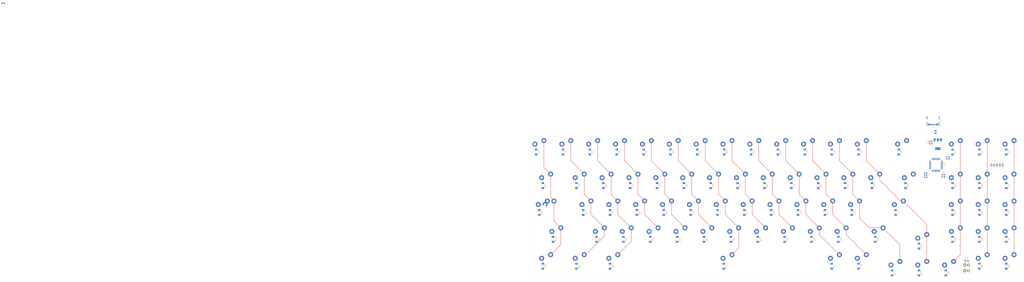
<source format=kicad_pcb>
(kicad_pcb (version 20240819) (generator "pcbnew") (generator_version "8.99")
  (layers (0 "F.Cu" signal) (2 "B.Cu" signal) (13 "F.Paste" user) (15 "B.Paste" user) (5 "F.SilkS" user "F.Silkscreen") (7 "B.SilkS" user "B.Silkscreen") (1 "F.Mask" user) (3 "B.Mask" user) (25 "Edge.Cuts" user))
  (net 0 "")
  (net 1 "RST")
  (net 2 "GND")
  (net 3 "+3.3V")
  (net 4 "DIO")
  (net 5 "CLK")
  (net 6 "+5V")
  (net 7 "boot")
  (net 8 "Net-(D1-A)")
  (net 9 "R1")
  (net 10 "Net-(D2-A)")
  (net 11 "Net-(D3-A)")
  (net 12 "Net-(D4-A)")
  (net 13 "Net-(D5-A)")
  (net 14 "Net-(D6-A)")
  (net 15 "Net-(D7-A)")
  (net 16 "Net-(D8-A)")
  (net 17 "Net-(D9-A)")
  (net 18 "Net-(D10-A)")
  (net 19 "Net-(D11-A)")
  (net 20 "Net-(D12-A)")
  (net 21 "Net-(D13-A)")
  (net 22 "Net-(D14-A)")
  (net 23 "Net-(D15-A)")
  (net 24 "Net-(D16-A)")
  (net 25 "Net-(D17-A)")
  (net 26 "Net-(D18-A)")
  (net 27 "R0")
  (net 28 "Net-(D19-A)")
  (net 29 "Net-(D20-A)")
  (net 30 "Net-(D21-A)")
  (net 31 "Net-(D22-A)")
  (net 32 "Net-(D23-A)")
  (net 33 "R2")
  (net 34 "Net-(D24-A)")
  (net 35 "Net-(D25-A)")
  (net 36 "Net-(D26-A)")
  (net 37 "Net-(D27-A)")
  (net 38 "Net-(D28-A)")
  (net 39 "Net-(D29-A)")
  (net 40 "Net-(D30-A)")
  (net 41 "Net-(D31-A)")
  (net 42 "Net-(D32-A)")
  (net 43 "Net-(D33-A)")
  (net 44 "Net-(D34-A)")
  (net 45 "Net-(D35-A)")
  (net 46 "Net-(D36-A)")
  (net 47 "Net-(D37-A)")
  (net 48 "Net-(D38-A)")
  (net 49 "Net-(D39-A)")
  (net 50 "Net-(D40-A)")
  (net 51 "Net-(D41-A)")
  (net 52 "Net-(D42-A)")
  (net 53 "Net-(D43-A)")
  (net 54 "Net-(D44-A)")
  (net 55 "Net-(D45-A)")
  (net 56 "Net-(D46-A)")
  (net 57 "Net-(D47-A)")
  (net 58 "Net-(D48-A)")
  (net 59 "Net-(D49-A)")
  (net 60 "Net-(D50-A)")
  (net 61 "Net-(D51-A)")
  (net 62 "Net-(D52-A)")
  (net 63 "Net-(D53-A)")
  (net 64 "Net-(D54-A)")
  (net 65 "Net-(D55-A)")
  (net 66 "Net-(D56-A)")
  (net 67 "Net-(D57-A)")
  (net 68 "Net-(D58-A)")
  (net 69 "Net-(D59-A)")
  (net 70 "Net-(D60-A)")
  (net 71 "Net-(D61-A)")
  (net 72 "Net-(D62-A)")
  (net 73 "Net-(D63-A)")
  (net 74 "Net-(D64-A)")
  (net 75 "Net-(D65-A)")
  (net 76 "Net-(D66-A)")
  (net 77 "Net-(D67-A)")
  (net 78 "Net-(D68-A)")
  (net 79 "Net-(D69-A)")
  (net 80 "Net-(D83-A)")
  (net 81 "Net-(J1-CC1)")
  (net 82 "Net-(D73-A)")
  (net 83 "Net-(D76-A)")
  (net 84 "Net-(D77-A)")
  (net 85 "Net-(D78-A)")
  (net 86 "Net-(D79-A)")
  (net 87 "Net-(D81-A)")
  (net 88 "Net-(D82-A)")
  (net 89 "D-")
  (net 90 "D+")
  (net 98 "C0")
  (net 99 "C1")
  (net 100 "C2")
  (net 101 "C3")
  (net 102 "C4")
  (net 103 "C5")
  (net 104 "C6")
  (net 105 "C7")
  (net 106 "C8")
  (net 107 "C9")
  (net 108 "C10")
  (net 109 "C11")
  (net 110 "C12")
  (net 111 "C13")
  (net 112 "C14")
  (net 113 "C15")
  (net 114 "C16")
  (net 119 "R3")
  (net 120 "R4")
  (footprint "MX_cherry:MXOnly-1U_N" (layer "F.Cu") (at 463.435 165.13)
    (property "Reference" "SW54" (hide yes))
    (property "Value" "SW_Push" (hide yes))
  )
  (footprint "MX_cherry:MXOnly-1U_N" (layer "F.Cu") (at 401.5225 103.2175)
    (property "Reference" "SW2" (hide yes))
    (property "Value" "SW_Push" (hide yes))
  )
  (footprint "MX_cherry:MXOnly-1U_N" (layer "F.Cu") (at 549.16 146.08)
    (property "Reference" "SW43" (hide yes))
    (property "Value" "SW_Push" (hide yes))
  )
  (footprint "MX_cherry:MXOnly-2.25U_N" (layer "F.Cu") (at 394.4531 165.13)
    (property "Reference" "SW48" (hide yes))
    (property "Value" "SW_Push" (hide yes))
  )
  (footprint "MX_cherry:MXOnly-1U_N" (layer "F.Cu") (at 572.9725 103.2175)
    (property "Reference" "SW11" (hide yes))
    (property "Value" "SW_Push" (hide yes))
  )
  (footprint "MX_cherry:MXOnly-1U_N" (layer "F.Cu") (at 558.685 165.13)
    (property "Reference" "SW59" (hide yes))
    (property "Value" "SW_Push" (hide yes))
  )
  (footprint "MX_cherry:MXOnly-1U_N" (layer "F.Cu") (at 653.935 169.8925)
    (property "Reference" "SW63" (hide yes))
    (property "Value" "SW_Push" (hide yes))
  )
  (footprint "MX_cherry:MXOnly-1U_N" (layer "F.Cu") (at 715.8475 127.03)
    (property "Reference" "SW34" (hide yes))
    (property "Value" "SW_Push" (hide yes))
  )
  (footprint "MX_cherry:MXOnly-1U_N" (layer "F.Cu") (at 534.8725 103.2175)
    (property "Reference" "SW9" (hide yes))
    (property "Value" "SW_Push" (hide yes))
  )
  (footprint "MX_cherry:MXOnly-1U_N" (layer "F.Cu") (at 582.4975 127.03)
    (property "Reference" "SW28" (hide yes))
    (property "Value" "SW_Push" (hide yes))
  )
  (footprint "MX_cherry:MXOnly-1U_N" (layer "F.Cu") (at 677.7475 103.2175)
    (property "Reference" "SW15" (hide yes))
    (property "Value" "SW_Push" (hide yes))
  )
  (footprint "MX_cherry:MXOnly-1U_N" (layer "F.Cu") (at 715.8475 103.2175)
    (property "Reference" "SW17" (hide yes))
    (property "Value" "SW_Push" (hide yes))
  )
  (footprint "MX_cherry:MXOnly-1U_N" (layer "F.Cu") (at 601.5475 127.03)
    (property "Reference" "SW29" (hide yes))
    (property "Value" "SW_Push" (hide yes))
  )
  (footprint "MX_cherry:MXOnly-1U_N" (layer "F.Cu") (at 677.7475 127.03)
    (property "Reference" "SW32" (hide yes))
    (property "Value" "SW_Push" (hide yes))
  )
  (footprint "MX_cherry:MXOnly-1U_N" (layer "F.Cu") (at 487.2475 127.03)
    (property "Reference" "SW23" (hide yes))
    (property "Value" "SW_Push" (hide yes))
  )
  (footprint "MX_cherry:MXOnly-1U_N" (layer "F.Cu") (at 430.0975 127.03)
    (property "Reference" "SW20" (hide yes))
    (property "Value" "SW_Push" (hide yes))
  )
  (footprint "MX_cherry:MXOnly-1.5U_N" (layer "F.Cu") (at 387.2355 127.03)
    (property "Reference" "SW18" (hide yes))
    (property "Value" "SW_Push" (hide yes))
  )
  (footprint "MX_cherry:MXOnly-1U_N" (layer "F.Cu") (at 653.935 188.9425)
    (property "Reference" "SW79" (hide yes))
    (property "Value" "SW_Push" (hide yes))
  )
  (footprint "MX_cherry:MXOnly-1U_N" (layer "F.Cu") (at 411.0475 127.03)
    (property "Reference" "SW19" (hide yes))
    (property "Value" "SW_Push" (hide yes))
  )
  (footprint "MX_cherry:MXOnly-1U_N" (layer "F.Cu") (at 496.7725 103.2175)
    (property "Reference" "SW7" (hide yes))
    (property "Value" "SW_Push" (hide yes))
  )
  (footprint "MX_cherry:MXOnly-1U_N" (layer "F.Cu") (at 696.7975 165.13)
    (property "Reference" "SW66" (hide yes))
    (property "Value" "SW_Push" (hide yes))
  )
  (footprint "MX_cherry:MXOnly-1U_N" (layer "F.Cu") (at 539.635 165.13)
    (property "Reference" "SW58" (hide yes))
    (property "Value" "SW_Push" (hide yes))
  )
  (footprint "MX_cherry:MXOnly-1U_N" (layer "F.Cu") (at 677.7475 165.13)
    (property "Reference" "SW65" (hide yes))
    (property "Value" "SW_Push" (hide yes))
  )
  (footprint "MX_cherry:MXOnly-1U_N" (layer "F.Cu") (at 715.8475 165.13)
    (property "Reference" "SW67" (hide yes))
    (property "Value" "SW_Push" (hide yes))
  )
  (footprint "MX_cherry:MXOnly-1U_N" (layer "F.Cu") (at 568.21 146.08)
    (property "Reference" "SW44" (hide yes))
    (property "Value" "SW_Push" (hide yes))
  )
  (footprint "MX_cherry:MXOnly-1U_N" (layer "F.Cu") (at 449.1475 127.03)
    (property "Reference" "SW21" (hide yes))
    (property "Value" "SW_Push" (hide yes))
  )
  (footprint "MX_cherry:MXOnly-1U_N" (layer "F.Cu") (at 530.11 146.08)
    (property "Reference" "SW42" (hide yes))
    (property "Value" "SW_Push" (hide yes))
  )
  (footprint "MX_cherry:MXOnly-1U_N" (layer "F.Cu") (at 672.985 188.9425)
    (property "Reference" "SW81" (hide yes))
    (property "Value" "SW_Push" (hide yes))
  )
  (footprint "MX_cherry:MXOnly-1U_N" (layer "F.Cu") (at 382.4725 103.2175)
    (property "Reference" "SW1" (hide yes))
    (property "Value" "SW_Push" (hide yes))
  )
  (footprint "MX_cherry:MXOnly-1U_N" (layer "F.Cu") (at 468.1975 127.03)
    (property "Reference" "SW22" (hide yes))
    (property "Value" "SW_Push" (hide yes))
  )
  (footprint "MX_cherry:MXOnly-1.75U_N" (layer "F.Cu") (at 389.6165 146.08)
    (property "Reference" "SW35" (hide yes))
    (property "Value" "SW_Push" (hide yes))
  )
  (footprint "MX_cherry:MXOnly-1U_N" (layer "F.Cu") (at 434.86 146.08)
    (property "Reference" "SW37" (hide yes))
    (property "Value" "SW_Push" (hide yes))
  )
  (footprint "MX_cherry:MXOnly-1U_N" (layer "F.Cu") (at 611.0725 103.2175)
    (property "Reference" "SW13" (hide yes))
    (property "Value" "SW_Push" (hide yes))
  )
  (footprint "Capacitor_SMD:C_0603_1608Metric" (layer "F.Cu") (at 1.505 0.755)
    (property "Reference" "C1")
    (property "Value" "4.7uF")
  )
  (footprint "MX_cherry:MXOnly-2.25U_N" (layer "F.Cu") (at 637.3406 146.08)
    (property "Reference" "SW47" (hide yes))
    (property "Value" "SW_Push" (hide yes))
  )
  (footprint "MX_cherry:MXOnly-1U_N" (layer "F.Cu") (at 511.06 146.08)
    (property "Reference" "SW41" (hide yes))
    (property "Value" "SW_Push" (hide yes))
  )
  (footprint "Connector_JST:JST_EH_B2B-EH-A_1x02_P2.50mm_Vertical" (layer "F.Cu") (at 683.5125 190.46)
    (property "Reference" "SWbôtrst1")
    (property "Value" "SW_Push")
  )
  (footprint "MX_cherry:MXOnly-1U_N" (layer "F.Cu") (at 563.4475 127.03)
    (property "Reference" "SW27" (hide yes))
    (property "Value" "SW_Push" (hide yes))
  )
  (footprint "MX_cherry:MXOnly-1U_N" (layer "F.Cu") (at 506.2975 127.03)
    (property "Reference" "SW24" (hide yes))
    (property "Value" "SW_Push" (hide yes))
  )
  (footprint "MX_cherry:MXOnly-1U_N" (layer "F.Cu") (at 592.0225 103.2175)
    (property "Reference" "SW12" (hide yes))
    (property "Value" "SW_Push" (hide yes))
  )
  (footprint "MX_cherry:MXOnly-1.5U_N" (layer "F.Cu") (at 387.2355 184.18)
    (property "Reference" "SW64" (hide yes))
    (property "Value" "SW_Push" (hide yes))
  )
  (footprint "Connector_JST:JST_EH_B2B-EH-A_1x02_P2.50mm_Vertical" (layer "F.Cu") (at 683.5164 186.4614)
    (property "Reference" "SWbôt1")
    (property "Value" "SW_Push")
  )
  (footprint "MX_cherry:MXOnly-1U_N" (layer "F.Cu") (at 501.535 165.13)
    (property "Reference" "SW56" (hide yes))
    (property "Value" "SW_Push" (hide yes))
  )
  (footprint "MX_cherry:MXOnly-1.5U_N" (layer "F.Cu") (at 434.8605 184.18)
    (property "Reference" "SW69" (hide yes))
    (property "Value" "SW_Push" (hide yes))
  )
  (footprint "MX_cherry:MXOnly-1U_N" (layer "F.Cu") (at 439.6225 103.2175)
    (property "Reference" "SW4" (hide yes))
    (property "Value" "SW_Push" (hide yes))
  )
  (footprint "MX_cherry:MXOnly-1U_N" (layer "F.Cu") (at 415.81 146.08)
    (property "Reference" "SW36" (hide yes))
    (property "Value" "SW_Push" (hide yes))
  )
  (footprint "MX_cherry:MXOnly-1U_N" (layer "F.Cu") (at 696.7975 146.08)
    (property "Reference" "SW50" (hide yes))
    (property "Value" "SW_Push" (hide yes))
  )
  (footprint "MX_cherry:MXOnly-1U_N" (layer "F.Cu") (at 715.8475 146.08)
    (property "Reference" "SW51" (hide yes))
    (property "Value" "SW_Push" (hide yes))
  )
  (footprint "MX_cherry:MXOnly-1U_N" (layer "F.Cu") (at 411.0475 184.18)
    (property "Reference" "SW68" (hide yes))
    (property "Value" "SW_Push" (hide yes))
  )
  (footprint "MX_cherry:MXOnly-1U_N" (layer "F.Cu") (at 492.01 146.08)
    (property "Reference" "SW40" (hide yes))
    (property "Value" "SW_Push" (hide yes))
  )
  (footprint "MX_cherry:MXOnly-1U_N" (layer "F.Cu") (at 577.735 165.13)
    (property "Reference" "SW60" (hide yes))
    (property "Value" "SW_Push" (hide yes))
  )
  (footprint "MX_cherry:MXOnly-1U_N" (layer "F.Cu") (at 420.5725 103.2175)
    (property "Reference" "SW3" (hide yes))
    (property "Value" "SW_Push" (hide yes))
  )
  (footprint "MX_cherry:MXOnly-1U_N" (layer "F.Cu") (at 592.0225 184.18)
    (property "Reference" "SW76" (hide yes))
    (property "Value" "SW_Push" (hide yes))
  )
  (footprint "MX_cherry:MXOnly-1U_N" (layer "F.Cu") (at 620.5975 127.03)
    (property "Reference" "SW30" (hide yes))
    (property "Value" "SW_Push" (hide yes))
  )
  (footprint "MX_cherry:MXOnly-1U_N" (layer "F.Cu") (at 696.7975 103.2175)
    (property "Reference" "SW16" (hide yes))
    (property "Value" "SW_Push" (hide yes))
  )
  (footprint "MX_cherry:MXOnly-1U_N" (layer "F.Cu") (at 596.785 165.13)
    (property "Reference" "SW61" (hide yes))
    (property "Value" "SW_Push" (hide yes))
  )
  (footprint "MX_cherry:MXOnly-1.5U_N" (layer "F.Cu") (at 644.4105 127.03)
    (property "Reference" "SW31" (hide yes))
    (property "Value" "SW_Push" (hide yes))
  )
  (footprint "MX_cherry:MXOnly-1U_N" (layer "F.Cu") (at 606.31 146.08)
    (property "Reference" "SW46" (hide yes))
    (property "Value" "SW_Push" (hide yes))
  )
  (footprint "MX_cherry:MXOnly-1U_N" (layer "F.Cu") (at 458.6725 103.2175)
    (property "Reference" "SW5" (hide yes))
    (property "Value" "SW_Push" (hide yes))
  )
  (footprint "MX_cherry:MXOnly-1U_N" (layer "F.Cu") (at 472.96 146.08)
    (property "Reference" "SW39" (hide yes))
    (property "Value" "SW_Push" (hide yes))
  )
  (footprint "MX_cherry:MXOnly-1U_N" (layer "F.Cu") (at 520.585 165.13)
    (property "Reference" "SW57" (hide yes))
    (property "Value" "SW_Push" (hide yes))
  )
  (footprint "MX_cherry:MXOnly-1U_N" (layer "F.Cu") (at 477.7225 103.2175)
    (property "Reference" "SW6" (hide yes))
    (property "Value" "SW_Push" (hide yes))
  )
  (footprint "MX_cherry:MXOnly-1U_N" (layer "F.Cu") (at 515.8225 103.2175)
    (property "Reference" "SW8" (hide yes))
    (property "Value" "SW_Push" (hide yes))
  )
  (footprint "MX_cherry:MXOnly-1U_N" (layer "F.Cu") (at 677.7475 146.08)
    (property "Reference" "SW49" (hide yes))
    (property "Value" "SW_Push" (hide yes))
  )
  (footprint "MX_cherry:MXOnly-1.75U_N" (layer "F.Cu") (at 622.979 165.13)
    (property "Reference" "SW62" (hide yes))
    (property "Value" "SW_Push" (hide yes))
  )
  (footprint "MX_cherry:MXOnly-1U_N" (layer "F.Cu") (at 611.0725 184.18)
    (property "Reference" "SW77" (hide yes))
    (property "Value" "SW_Push" (hide yes))
  )
  (footprint "MX_cherry:MXOnly-1U_N" (layer "F.Cu") (at 587.26 146.08)
    (property "Reference" "SW45" (hide yes))
    (property "Value" "SW_Push" (hide yes))
  )
  (footprint "MX_cherry:MXOnly-1U_N" (layer "F.Cu") (at 444.385 165.13)
    (property "Reference" "SW53" (hide yes))
    (property "Value" "SW_Push" (hide yes))
  )
  (footprint "MX_cherry:MXOnly-1U_N" (layer "F.Cu") (at 425.335 165.13)
    (property "Reference" "SW52" (hide yes))
    (property "Value" "SW_Push" (hide yes))
  )
  (footprint "MX_cherry:MXOnly-1U_N" (layer "F.Cu") (at 544.3975 127.03)
    (property "Reference" "SW26" (hide yes))
    (property "Value" "SW_Push" (hide yes))
  )
  (footprint "MX_cherry:MXOnly-1U_N" (layer "F.Cu") (at 715.8475 184.18)
    (property "Reference" "SW83" (hide yes))
    (property "Value" "SW_Push" (hide yes))
  )
  (footprint "MX_cherry:MXOnly-1U_N" (layer "F.Cu") (at 453.91 146.08)
    (property "Reference" "SW38" (hide yes))
    (property "Value" "SW_Push" (hide yes))
  )
  (footprint "MX_cherry:MXOnly-2U_N" (layer "F.Cu") (at 639.6475 103.2175)
    (property "Reference" "SW14" (hide yes))
    (property "Value" "SW_Push" (hide yes))
  )
  (footprint "MX_cherry:MXOnly-1U_N" (layer "F.Cu") (at 634.885 188.9425)
    (property "Reference" "SW78" (hide yes))
    (property "Value" "SW_Push" (hide yes))
  )
  (footprint "MX_cherry:MXOnly-1U_N" (layer "F.Cu") (at 553.9225 103.2175)
    (property "Reference" "SW10" (hide yes))
    (property "Value" "SW_Push" (hide yes))
  )
  (footprint "MX_cherry:MXOnly-1U_N" (layer "F.Cu") (at 696.7975 184.18)
    (property "Reference" "SW82" (hide yes))
    (property "Value" "SW_Push" (hide yes))
  )
  (footprint "MX_cherry:MXOnly-1.25U_N" (layer "F.Cu") (at 384.8535 146.08)
    (property "Reference" "SW70" (hide yes))
    (property "Value" "SW_Push" (hide yes))
  )
  (footprint "MX_cherry:MXOnly-1U_N" (layer "F.Cu") (at 482.485 165.13)
    (property "Reference" "SW55" (hide yes))
    (property "Value" "SW_Push" (hide yes))
  )
  (footprint "Connector_JST:JST_PH_B5B-PH-K_1x05_P2.00mm_Vertical" (layer "F.Cu") (at 710.3 115.5 180)
    (property "Reference" "J6")
    (property "Value" "Conn_01x05_Socket")
  )
  (footprint "MX_cherry:MXOnly-7U-ReversedStabilizers_N" (layer "F.Cu") (at 515.8225 184.18)
    (property "Reference" "SW73" (hide yes))
    (property "Value" "SW_Push" (hide yes))
  )
  (footprint "MX_cherry:MXOnly-1U_N" (layer "F.Cu") (at 696.7975 127.03)
    (property "Reference" "SW33" (hide yes))
    (property "Value" "SW_Push" (hide yes))
  )
  (footprint "MX_cherry:MXOnly-1U_N" (layer "F.Cu") (at 525.3475 127.03)
    (property "Reference" "SW25" (hide yes))
    (property "Value" "SW_Push" (hide yes))
  )
  (footprint "Connector_USB:USB_C_Receptacle_GCT_USB4105-xx-A_16P_TopMnt_Horizontal" (layer "B.Cu") (at 661.005 83.13)
    (property "Reference" "J1")
    (property "Value" "USB_C_Receptacle_USB2.0_14P")
  )
  (footprint "Package_QFP:LQFP-48_7x7mm_P0.5mm" (layer "B.Cu") (at 663.04 115.39 90)
    (property "Reference" "Ud1")
    (property "Value" "STM32F072-LQFP48")
  )
  (footprint "Diode_SMD:D_MiniMELF" (layer "B.Cu") (at 593.8125 168.1625 90)
    (property "Reference" "D61")
    (property "Value" "D_Small")
  )
  (footprint "Diode_SMD:D_MiniMELF" (layer "B.Cu") (at 674.775 149.1125 90)
    (property "Reference" "D49")
    (property "Value" "D_Small")
  )
  (footprint "Diode_SMD:D_MiniMELF" (layer "B.Cu") (at 670.0125 191.975 90)
    (property "Reference" "D81")
    (property "Value" "D_Small")
  )
  (footprint "Diode_SMD:D_MiniMELF" (layer "B.Cu") (at 641.438 130.0625 90)
    (property "Reference" "D31")
    (property "Value" "D_Small")
  )
  (footprint "Diode_SMD:D_MiniMELF" (layer "B.Cu") (at 484.275 130.0625 90)
    (property "Reference" "D23")
    (property "Value" "D_Small")
  )
  (footprint "Diode_SMD:D_MiniMELF" (layer "B.Cu") (at 693.825 130.0625 90)
    (property "Reference" "D33")
    (property "Value" "D_Small")
  )
  (footprint "Capacitor_SMD:C_0603_1608Metric" (layer "B.Cu") (at 668.285 122.39 180)
    (property "Reference" "C9")
    (property "Value" "100nF")
  )
  (footprint "Diode_SMD:D_MiniMELF" (layer "B.Cu") (at 474.75 106.25 90)
    (property "Reference" "D6")
    (property "Value" "D_Small")
  )
  (footprint "Diode_SMD:D_MiniMELF" (layer "B.Cu") (at 522.375 130.0625 90)
    (property "Reference" "D25")
    (property "Value" "D_Small")
  )
  (footprint "Diode_SMD:D_MiniMELF" (layer "B.Cu") (at 603.3375 149.1125 90)
    (property "Reference" "D46")
    (property "Value" "D_Small")
  )
  (footprint "Diode_SMD:D_MiniMELF" (layer "B.Cu") (at 589.05 187.2125 90)
    (property "Reference" "D76")
    (property "Value" "D_Small")
  )
  (footprint "Capacitor_SMD:C_0603_1608Metric" (layer "B.Cu") (at 658.46 99.545 -90)
    (property "Reference" "C7")
    (property "Value" "100nF")
  )
  (footprint "Diode_SMD:D_MiniMELF" (layer "B.Cu") (at 381.76 149.1075 90)
    (property "Reference" "D35")
    (property "Value" "D_Small")
  )
  (footprint "Diode_SMD:D_MiniMELF" (layer "B.Cu") (at 550.95 106.25 90)
    (property "Reference" "D10")
    (property "Value" "D_Small")
  )
  (footprint "Capacitor_SMD:C_0603_1608Metric" (layer "B.Cu") (at 654.98 121.94 90)
    (property "Reference" "C3")
    (property "Value" "100nF")
  )
  (footprint "Capacitor_SMD:C_0603_1608Metric" (layer "B.Cu") (at 659.93 99.545 -90)
    (property "Reference" "C8")
    (property "Value" "4.7uF")
  )
  (footprint "Diode_SMD:D_MiniMELF" (layer "B.Cu") (at 712.875 187.2125 90)
    (property "Reference" "D83")
    (property "Value" "D_Small")
  )
  (footprint "Diode_SMD:D_MiniMELF" (layer "B.Cu") (at 391.4806 168.1625 90)
    (property "Reference" "D48")
    (property "Value" "D_Small")
  )
  (footprint "Capacitor_SMD:C_0603_1608Metric" (layer "B.Cu") (at 671.43 111.12 180)
    (property "Reference" "C5")
    (property "Value" "4.7uF")
  )
  (footprint "Diode_SMD:D_MiniMELF" (layer "B.Cu") (at 527.1375 149.1125 90)
    (property "Reference" "D42")
    (property "Value" "D_Small")
  )
  (footprint "Diode_SMD:D_MiniMELF" (layer "B.Cu") (at 693.825 168.1625 90)
    (property "Reference" "D66")
    (property "Value" "D_Small")
  )
  (footprint "Diode_SMD:D_MiniMELF" (layer "B.Cu") (at 508.0875 149.1125 90)
    (property "Reference" "D41")
    (property "Value" "D_Small")
  )
  (footprint "Diode_SMD:D_MiniMELF" (layer "B.Cu") (at 465.225 130.0625 90)
    (property "Reference" "D22")
    (property "Value" "D_Small")
  )
  (footprint "Diode_SMD:D_MiniMELF" (layer "B.Cu") (at 384.263 130.0625 90)
    (property "Reference" "D18")
    (property "Value" "D_Small")
  )
  (footprint "Diode_SMD:D_MiniMELF" (layer "B.Cu") (at 503.325 130.0625 90)
    (property "Reference" "D24")
    (property "Value" "D_Small")
  )
  (footprint "Capacitor_SMD:C_0603_1608Metric" (layer "B.Cu") (at 668.28 123.86 180)
    (property "Reference" "C10")
    (property "Value" "4.7uF")
  )
  (footprint "Diode_SMD:D_MiniMELF" (layer "B.Cu") (at 517.6125 168.1625 90)
    (property "Reference" "D57")
    (property "Value" "D_Small")
  )
  (footprint "Diode_SMD:D_MiniMELF" (layer "B.Cu") (at 560.475 130.0625 90)
    (property "Reference" "D27")
    (property "Value" "D_Small")
  )
  (footprint "Diode_SMD:D_MiniMELF" (layer "B.Cu") (at 417.6 106.25 90)
    (property "Reference" "D3")
    (property "Value" "D_Small")
  )
  (footprint "Diode_SMD:D_MiniMELF" (layer "B.Cu") (at 455.7 106.25 90)
    (property "Reference" "D5")
    (property "Value" "D_Small")
  )
  (footprint "Diode_SMD:D_MiniMELF" (layer "B.Cu") (at 693.825 149.1125 90)
    (property "Reference" "D50")
    (property "Value" "D_Small")
  )
  (footprint "Diode_SMD:D_MiniMELF" (layer "B.Cu") (at 579.525 130.0625 90)
    (property "Reference" "D28")
    (property "Value" "D_Small")
  )
  (footprint "Diode_SMD:D_MiniMELF" (layer "B.Cu") (at 620.0065 168.1625 90)
    (property "Reference" "D62")
    (property "Value" "D_Small")
  )
  (footprint "Diode_SMD:D_MiniMELF" (layer "B.Cu") (at 617.625 130.0625 90)
    (property "Reference" "D30")
    (property "Value" "D_Small")
  )
  (footprint "Diode_SMD:D_MiniMELF" (layer "B.Cu") (at 408.075 187.2125 90)
    (property "Reference" "D68")
    (property "Value" "D_Small")
  )
  (footprint "Diode_SMD:D_MiniMELF" (layer "B.Cu") (at 565.2375 149.1125 90)
    (property "Reference" "D44")
    (property "Value" "D_Small")
  )
  (footprint "Diode_SMD:D_MiniMELF" (layer "B.Cu") (at 398.55 106.25 90)
    (property "Reference" "D2")
    (property "Value" "D_Small")
  )
  (footprint "Diode_SMD:D_MiniMELF" (layer "B.Cu") (at 712.875 130.0625 90)
    (property "Reference" "D34")
    (property "Value" "D_Small")
  )
  (footprint "Diode_SMD:D_MiniMELF" (layer "B.Cu") (at 436.65 106.25 90)
    (property "Reference" "D4")
    (property "Value" "D_Small")
  )
  (footprint "Diode_SMD:D_MiniMELF" (layer "B.Cu") (at 693.825 106.25 90)
    (property "Reference" "D16")
    (property "Value" "D_Small")
  )
  (footprint "Diode_SMD:D_MiniMELF" (layer "B.Cu") (at 636.675 106.25 90)
    (property "Reference" "D14")
    (property "Value" "D_Small")
  )
  (footprint "Diode_SMD:D_MiniMELF" (layer "B.Cu") (at 631.9125 191.975 90)
    (property "Reference" "D78")
    (property "Value" "D_Small")
  )
  (footprint "Diode_SMD:D_MiniMELF" (layer "B.Cu") (at 574.7625 168.1625 90)
    (property "Reference" "D60")
    (property "Value" "D_Small")
  )
  (footprint "Diode_SMD:D_MiniMELF" (layer "B.Cu") (at 541.425 130.0625 90)
    (property "Reference" "D26")
    (property "Value" "D_Small")
  )
  (footprint "Diode_SMD:D_MiniMELF" (layer "B.Cu") (at 431.8875 149.1125 90)
    (property "Reference" "D37")
    (property "Value" "D_Small")
  )
  (footprint "Diode_SMD:D_MiniMELF" (layer "B.Cu") (at 712.875 106.25 90)
    (property "Reference" "D17")
    (property "Value" "D_Small")
  )
  (footprint "Diode_SMD:D_MiniMELF" (layer "B.Cu") (at 712.875 168.1625 90)
    (property "Reference" "D67")
    (property "Value" "D_Small")
  )
  (footprint "Diode_SMD:D_MiniMELF" (layer "B.Cu") (at 674.775 130.0625 90)
    (property "Reference" "D32")
    (property "Value" "D_Small")
  )
  (footprint "Diode_SMD:D_MiniMELF" (layer "B.Cu") (at 650.9625 172.925 90)
    (property "Reference" "D63")
    (property "Value" "D_Small")
  )
  (footprint "Diode_SMD:D_MiniMELF" (layer "B.Cu") (at 570 106.25 90)
    (property "Reference" "D11")
    (property "Value" "D_Small")
  )
  (footprint "Diode_SMD:D_MiniMELF" (layer "B.Cu") (at 531.9 106.25 90)
    (property "Reference" "D9")
    (property "Value" "D_Small")
  )
  (footprint "Diode_SMD:D_MiniMELF" (layer "B.Cu") (at 608.1 187.2125 90)
    (property "Reference" "D77")
    (property "Value" "D_Small")
  )
  (footprint "Diode_SMD:D_MiniMELF" (layer "B.Cu") (at 412.8375 149.1125 90)
    (property "Reference" "D36")
    (property "Value" "D_Small")
  )
  (footprint "Diode_SMD:D_MiniMELF" (layer "B.Cu") (at 674.775 168.1625 90)
    (property "Reference" "D65")
    (property "Value" "D_Small")
  )
  (footprint "Diode_SMD:D_MiniMELF" (layer "B.Cu") (at 512.85 106.25 90)
    (property "Reference" "D8")
    (property "Value" "D_Small")
  )
  (footprint "Diode_SMD:D_MiniMELF" (layer "B.Cu") (at 460.4625 168.1625 90)
    (property "Reference" "D54")
    (property "Value" "D_Small")
  )
  (footprint "Diode_SMD:D_MiniMELF" (layer "B.Cu") (at 446.175 130.0625 90)
    (property "Reference" "D21")
    (property "Value" "D_Small")
  )
  (footprint "Diode_SMD:D_MiniMELF" (layer "B.Cu") (at 493.8 106.25 90)
    (property "Reference" "D7")
    (property "Value" "D_Small")
  )
  (footprint "Diode_SMD:D_MiniMELF" (layer "B.Cu") (at 450.9375 149.1125 90)
    (property "Reference" "D38")
    (property "Value" "D_Small")
  )
  (footprint "Diode_SMD:D_MiniMELF" (layer "B.Cu") (at 512.51 187.23 90)
    (property "Reference" "D73")
    (property "Value" "D_Small")
  )
  (footprint "Diode_SMD:D_MiniMELF" (layer "B.Cu") (at 546.1875 149.1125 90)
    (property "Reference" "D43")
    (property "Value" "D_Small")
  )
  (footprint "Diode_SMD:D_MiniMELF" (layer "B.Cu") (at 555.7125 168.1625 90)
    (property "Reference" "D59")
    (property "Value" "D_Small")
  )
  (footprint "Package_TO_SOT_SMD:SOT-223-3_TabPin2" (layer "B.Cu") (at 664.3675 100.72 -90)
    (property "Reference" "U2")
    (property "Value" "AMS1117")
  )
  (footprint "Diode_SMD:D_MiniMELF" (layer "B.Cu") (at 427.125 130.0625 90)
    (property "Reference" "D20")
    (property "Value" "D_Small")
  )
  (footprint "Diode_SMD:D_MiniMELF" (layer "B.Cu") (at 674.775 106.25 90)
    (property "Reference" "D15")
    (property "Value" "D_Small")
  )
  (footprint "Diode_SMD:D_MiniMELF" (layer "B.Cu") (at 712.875 149.1125 90)
    (property "Reference" "D51")
    (property "Value" "D_Small")
  )
  (footprint "Diode_SMD:D_MiniMELF" (layer "B.Cu") (at 379.5 106.25 90)
    (property "Reference" "D1")
    (property "Value" "D_Small")
  )
  (footprint "Diode_SMD:D_MiniMELF" (layer "B.Cu") (at 469.9875 149.1125 90)
    (property "Reference" "D39")
    (property "Value" "D_Small")
  )
  (footprint "Capacitor_SMD:C_0603_1608Metric" (layer "B.Cu") (at 656.44 121.945 90)
    (property "Reference" "C2")
    (property "Value" "4.7uF")
  )
  (footprint "Diode_SMD:D_MiniMELF" (layer "B.Cu") (at 498.5625 168.1625 90)
    (property "Reference" "D56")
    (property "Value" "D_Small")
  )
  (footprint "Capacitor_SMD:C_0603_1608Metric" (layer "B.Cu") (at 671.435 109.66 180)
    (property "Reference" "C4")
    (property "Value" "4.7uF")
  )
  (footprint "Capacitor_SMD:C_0603_1608Metric" (layer "B.Cu") (at 655.725 124.16 180)
    (property "Reference" "C6" (hide yes))
    (property "Value" "100nF")
  )
  (footprint "Diode_SMD:D_MiniMELF" (layer "B.Cu") (at 589.05 106.25 90)
    (property "Reference" "D12")
    (property "Value" "D_Small")
  )
  (footprint "Diode_SMD:D_MiniMELF" (layer "B.Cu") (at 422.3625 168.1625 90)
    (property "Reference" "D52")
    (property "Value" "D_Small")
  )
  (footprint "Diode_SMD:D_MiniMELF" (layer "B.Cu") (at 536.6625 168.1625 90)
    (property "Reference" "D58")
    (property "Value" "D_Small")
  )
  (footprint "Diode_SMD:D_MiniMELF" (layer "B.Cu") (at 584.2875 149.1125 90)
    (property "Reference" "D45")
    (property "Value" "D_Small")
  )
  (footprint "Diode_SMD:D_MiniMELF" (layer "B.Cu") (at 408.075 130.0625 90)
    (property "Reference" "D19")
    (property "Value" "D_Small")
  )
  (footprint "Diode_SMD:D_MiniMELF" (layer "B.Cu") (at 634.3681 149.1125 90)
    (property "Reference" "D47")
    (property "Value" "D_Small")
  )
  (footprint "Diode_SMD:D_MiniMELF" (layer "B.Cu") (at 650.9625 191.975 90)
    (property "Reference" "D79")
    (property "Value" "D_Small")
  )
  (footprint "Diode_SMD:D_MiniMELF" (layer "B.Cu") (at 479.5125 168.1625 90)
    (property "Reference" "D55")
    (property "Value" "D_Small")
  )
  (footprint "Diode_SMD:D_MiniMELF" (layer "B.Cu") (at 431.888 187.2125 90)
    (property "Reference" "D69")
    (property "Value" "D_Small")
  )
  (footprint "Diode_SMD:D_MiniMELF" (layer "B.Cu") (at 608.1 106.25 90)
    (property "Reference" "D13")
    (property "Value" "D_Small")
  )
  (footprint "Diode_SMD:D_MiniMELF" (layer "B.Cu") (at 489.0375 149.1125 90)
    (property "Reference" "D40")
    (property "Value" "D_Small")
  )
  (footprint "Resistor_SMD:R_0805_2012Metric" (layer "B.Cu") (at 684.88 183.44 180)
    (property "Reference" "R2")
    (property "Value" "R_Small")
  )
  (footprint "Diode_SMD:D_MiniMELF" (layer "B.Cu") (at 598.575 130.0625 90)
    (property "Reference" "D29")
    (property "Value" "D_Small")
  )
  (footprint "Diode_SMD:D_MiniMELF" (layer "B.Cu") (at 441.4125 168.1625 90)
    (property "Reference" "D53")
    (property "Value" "D_Small")
  )
  (footprint "Diode_SMD:D_MiniMELF" (layer "B.Cu") (at 384.263 187.2125 90)
    (property "Reference" "D64")
    (property "Value" "D_Small")
  )
  (footprint "Resistor_SMD:R_0805_2012Metric" (layer "B.Cu") (at 662.72 92.03 -90)
    (property "Reference" "R1")
    (property "Value" "R_Small")
  )
  (footprint "Diode_SMD:D_MiniMELF" (layer "B.Cu") (at 693.825 187.2125 90)
    (property "Reference" "D82")
    (property "Value" "D_Small")
  )
  (gr_line (start 666.76 94.89) (end 666.74 80.92) (stroke (width 0.05)) (layer "Edge.Cuts"))
  (gr_arc (start 722.85 192.91) (mid 721.97132 195.03132) (end 719.85 195.91) (stroke (width 0.05)) (layer "Edge.Cuts"))
  (gr_arc (start 375.48 98.03) (mid 376.35868 95.90868) (end 378.48 95.03) (stroke (width 0.05)) (layer "Edge.Cuts"))
  (gr_line (start 375.48 98.03) (end 375.43 192.96) (stroke (width 0.05)) (layer "Edge.Cuts"))
  (gr_arc (start 378.43 195.96) (mid 376.30868 195.08132) (end 375.43 192.96) (stroke (width 0.05)) (layer "Edge.Cuts"))
  (gr_line (start 655.25 80.91) (end 666.74 80.92) (stroke (width 0.05)) (layer "Edge.Cuts"))
  (gr_line (start 378.43 195.96) (end 719.85 195.91) (stroke (width 0.05)) (layer "Edge.Cuts"))
  (gr_arc (start 719.84 94.89) (mid 721.96132 95.76868) (end 722.84 97.89) (stroke (width 0.05)) (layer "Edge.Cuts"))
  (gr_line (start 655.240033 94.89) (end 655.25 80.91) (stroke (width 0.05)) (layer "Edge.Cuts"))
  (gr_line (start 722.84 97.89) (end 722.85 192.91) (stroke (width 0.05)) (layer "Edge.Cuts"))
  (gr_line (start 666.76 94.89) (end 719.84 94.89) (stroke (width 0.05)) (layer "Edge.Cuts"))
  (gr_line (start 378.48 95.03) (end 655.240033 94.89) (stroke (width 0.05)) (layer "Edge.Cuts"))
  (segment (start 392.1565 141) (end 392.1565 155.2134) (width 0.2) (layer "F.Cu") (net 98))
  (segment (start 396.9931 160.05) (end 396.9931 171.8824) (width 0.2) (layer "F.Cu") (net 98))
  (segment (start 389.7755 121.95) (end 389.7755 138.619) (width 0.2) (layer "F.Cu") (net 98))
  (segment (start 389.7755 138.619) (end 392.1565 141) (width 0.2) (layer "F.Cu") (net 98))
  (segment (start 396.9931 171.8824) (end 389.7755 179.1) (width 0.2) (layer "F.Cu") (net 98))
  (segment (start 385.0125 98.1375) (end 385.0125 117.187) (width 0.2) (layer "F.Cu") (net 98))
  (segment (start 385.0125 117.187) (end 389.7755 121.95) (width 0.2) (layer "F.Cu") (net 98))
  (segment (start 392.1565 155.2134) (end 396.9931 160.05) (width 0.2) (layer "F.Cu") (net 98))
  (segment (start 404.0625 112.425) (end 413.5875 121.95) (width 0.2) (layer "F.Cu") (net 99))
  (segment (start 414.688402 179.1) (end 413.5875 179.1) (width 0.2) (layer "F.Cu") (net 99))
  (segment (start 418.35 141) (end 418.35 150.525) (width 0.2) (layer "F.Cu") (net 99))
  (segment (start 413.5875 121.95) (end 413.5875 136.2375) (width 0.2) (layer "F.Cu") (net 99))
  (segment (start 404.0625 98.1375) (end 404.0625 112.425) (width 0.2) (layer "F.Cu") (net 99))
  (segment (start 427.875 160.05) (end 427.875 165.913402) (width 0.2) (layer "F.Cu") (net 99))
  (segment (start 418.35 150.525) (end 427.875 160.05) (width 0.2) (layer "F.Cu") (net 99))
  (segment (start 427.875 165.913402) (end 414.688402 179.1) (width 0.2) (layer "F.Cu") (net 99))
  (segment (start 413.5875 136.2375) (end 418.35 141) (width 0.2) (layer "F.Cu") (net 99))
  (segment (start 437.4 150.525) (end 446.925 160.05) (width 0.2) (layer "F.Cu") (net 100))
  (segment (start 423.1125 98.1375) (end 423.1125 112.425) (width 0.2) (layer "F.Cu") (net 100))
  (segment (start 423.1125 112.425) (end 432.6375 121.95) (width 0.2) (layer "F.Cu") (net 100))
  (segment (start 446.925 169.5755) (end 437.4005 179.1) (width 0.2) (layer "F.Cu") (net 100))
  (segment (start 446.925 160.05) (end 446.925 169.5755) (width 0.2) (layer "F.Cu") (net 100))
  (segment (start 432.6375 121.95) (end 432.6375 136.2375) (width 0.2) (layer "F.Cu") (net 100))
  (segment (start 432.6375 136.2375) (end 437.4 141) (width 0.2) (layer "F.Cu") (net 100))
  (segment (start 437.4 141) (end 437.4 150.525) (width 0.2) (layer "F.Cu") (net 100))
  (segment (start 442.1625 112.425) (end 451.6875 121.95) (width 0.2) (layer "F.Cu") (net 101))
  (segment (start 451.6875 136.2375) (end 456.45 141) (width 0.2) (layer "F.Cu") (net 101))
  (segment (start 451.6875 121.95) (end 451.6875 136.2375) (width 0.2) (layer "F.Cu") (net 101))
  (segment (start 456.45 141) (end 456.45 150.525) (width 0.2) (layer "F.Cu") (net 101))
  (segment (start 456.45 150.525) (end 465.975 160.05) (width 0.2) (layer "F.Cu") (net 101))
  (segment (start 442.1625 98.1375) (end 442.1625 112.425) (width 0.2) (layer "F.Cu") (net 101))
  (segment (start 461.2125 98.1375) (end 461.2125 112.425) (width 0.2) (layer "F.Cu") (net 102))
  (segment (start 470.7375 136.2375) (end 475.5 141) (width 0.2) (layer "F.Cu") (net 102))
  (segment (start 461.2125 112.425) (end 470.7375 121.95) (width 0.2) (layer "F.Cu") (net 102))
  (segment (start 475.5 141) (end 475.5 150.525) (width 0.2) (layer "F.Cu") (net 102))
  (segment (start 475.5 150.525) (end 485.025 160.05) (width 0.2) (layer "F.Cu") (net 102))
  (segment (start 470.7375 121.95) (end 470.7375 136.2375) (width 0.2) (layer "F.Cu") (net 102))
  (segment (start 480.2625 98.1375) (end 480.2625 112.425) (width 0.2) (layer "F.Cu") (net 103))
  (segment (start 489.7875 136.2375) (end 494.55 141) (width 0.2) (layer "F.Cu") (net 103))
  (segment (start 494.55 141) (end 494.55 150.525) (width 0.2) (layer "F.Cu") (net 103))
  (segment (start 504.075 160.465) (end 504.13 160.52) (width 0.2) (layer "F.Cu") (net 103))
  (segment (start 494.55 150.525) (end 504.075 160.05) (width 0.2) (layer "F.Cu") (net 103))
  (segment (start 504.075 160.05) (end 504.075 160.465) (width 0.2) (layer "F.Cu") (net 103))
  (segment (start 489.7875 121.95) (end 489.7875 136.2375) (width 0.2) (layer "F.Cu") (net 103))
  (segment (start 480.2625 112.425) (end 489.7875 121.95) (width 0.2) (layer "F.Cu") (net 103))
  (segment (start 508.8375 121.95) (end 508.8375 136.2375) (width 0.2) (layer "F.Cu") (net 104))
  (segment (start 499.3125 98.1375) (end 499.3125 112.425) (width 0.2) (layer "F.Cu") (net 104))
  (segment (start 508.8375 136.2375) (end 513.6 141) (width 0.2) (layer "F.Cu") (net 104))
  (segment (start 513.6 150.525) (end 523.125 160.05) (width 0.2) (layer "F.Cu") (net 104))
  (segment (start 499.3125 112.425) (end 508.8375 121.95) (width 0.2) (layer "F.Cu") (net 104))
  (segment (start 523.125 174.3375) (end 518.3625 179.1) (width 0.2) (layer "F.Cu") (net 104))
  (segment (start 523.125 160.05) (end 523.125 174.3375) (width 0.2) (layer "F.Cu") (net 104))
  (segment (start 513.6 141) (end 513.6 150.525) (width 0.2) (layer "F.Cu") (net 104))
  (segment (start 518.3625 112.425) (end 527.8875 121.95) (width 0.2) (layer "F.Cu") (net 105))
  (segment (start 527.8875 121.95) (end 527.8875 136.2375) (width 0.2) (layer "F.Cu") (net 105))
  (segment (start 532.65 150.525) (end 542.175 160.05) (width 0.2) (layer "F.Cu") (net 105))
  (segment (start 527.8875 136.2375) (end 532.65 141) (width 0.2) (layer "F.Cu") (net 105))
  (segment (start 518.3625 98.1375) (end 518.3625 112.425) (width 0.2) (layer "F.Cu") (net 105))
  (segment (start 532.65 141) (end 532.65 150.525) (width 0.2) (layer "F.Cu") (net 105))
  (segment (start 551.7 141) (end 551.7 150.525) (width 0.2) (layer "F.Cu") (net 106))
  (segment (start 551.7 150.525) (end 561.225 160.05) (width 0.2) (layer "F.Cu") (net 106))
  (segment (start 537.4125 112.425) (end 546.9375 121.95) (width 0.2) (layer "F.Cu") (net 106))
  (segment (start 546.9375 121.95) (end 546.9375 136.2375) (width 0.2) (layer "F.Cu") (net 106))
  (segment (start 537.4125 98.1375) (end 537.4125 112.425) (width 0.2) (layer "F.Cu") (net 106))
  (segment (start 546.9375 136.2375) (end 551.7 141) (width 0.2) (layer "F.Cu") (net 106))
  (segment (start 580.275 164.8125) (end 594.5625 179.1) (width 0.2) (layer "F.Cu") (net 107))
  (segment (start 565.9875 121.95) (end 565.9875 136.2375) (width 0.2) (layer "F.Cu") (net 107))
  (segment (start 570.75 150.525) (end 580.275 160.05) (width 0.2) (layer "F.Cu") (net 107))
  (segment (start 565.9875 136.2375) (end 570.75 141) (width 0.2) (layer "F.Cu") (net 107))
  (segment (start 570.75 141) (end 570.75 150.525) (width 0.2) (layer "F.Cu") (net 107))
  (segment (start 556.4625 98.1375) (end 556.4625 112.425) (width 0.2) (layer "F.Cu") (net 107))
  (segment (start 556.4625 112.425) (end 565.9875 121.95) (width 0.2) (layer "F.Cu") (net 107))
  (segment (start 580.275 160.05) (end 580.275 164.8125) (width 0.2) (layer "F.Cu") (net 107))
  (segment (start 585.0375 136.2375) (end 589.8 141) (width 0.2) (layer "F.Cu") (net 108))
  (segment (start 589.8 141) (end 589.8 150.525) (width 0.2) (layer "F.Cu") (net 108))
  (segment (start 575.5125 98.1375) (end 575.5125 112.425) (width 0.2) (layer "F.Cu") (net 108))
  (segment (start 599.325 160.05) (end 599.325 164.8125) (width 0.2) (layer "F.Cu") (net 108))
  (segment (start 589.8 150.525) (end 599.325 160.05) (width 0.2) (layer "F.Cu") (net 108))
  (segment (start 599.325 164.8125) (end 613.6125 179.1) (width 0.2) (layer "F.Cu") (net 108))
  (segment (start 585.0375 121.95) (end 585.0375 136.2375) (width 0.2) (layer "F.Cu") (net 108))
  (segment (start 575.5125 112.425) (end 585.0375 121.95) (width 0.2) (layer "F.Cu") (net 108))
  (segment (start 604.0875 136.2375) (end 608.85 141) (width 0.2) (layer "F.Cu") (net 109))
  (segment (start 608.85 141) (end 608.85 153.06) (width 0.2) (layer "F.Cu") (net 109))
  (segment (start 604.0875 121.95) (end 604.0875 136.2375) (width 0.2) (layer "F.Cu") (net 109))
  (segment (start 594.5625 98.1375) (end 594.5625 112.425) (width 0.2) (layer "F.Cu") (net 109))
  (segment (start 625.519 160.05) (end 625.519 160.139) (width 0.2) (layer "F.Cu") (net 109))
  (segment (start 608.85 153.06) (end 615.84 160.05) (width 0.2) (layer "F.Cu") (net 109))
  (segment (start 615.84 160.05) (end 625.519 160.05) (width 0.2) (layer "F.Cu") (net 109))
  (segment (start 625.519 160.139) (end 637.425 172.045) (width 0.2) (layer "F.Cu") (net 109))
  (segment (start 637.425 172.045) (end 637.425 183.8625) (width 0.2) (layer "F.Cu") (net 109))
  (segment (start 594.5625 112.425) (end 604.0875 121.95) (width 0.2) (layer "F.Cu") (net 109))
  (segment (start 639.8806 141) (end 656.475 157.5944) (width 0.2) (layer "F.Cu") (net 110))
  (segment (start 623.1375 126.187056) (end 637.950444 141) (width 0.2) (layer "F.Cu") (net 110))
  (segment (start 656.475 164.8125) (end 656.475 183.8625) (width 0.2) (layer "F.Cu") (net 110))
  (segment (start 613.6125 112.425) (end 623.1375 121.95) (width 0.2) (layer "F.Cu") (net 110))
  (segment (start 656.475 157.5944) (end 656.475 164.8125) (width 0.2) (layer "F.Cu") (net 110))
  (segment (start 623.1375 121.95) (end 623.1375 126.187056) (width 0.2) (layer "F.Cu") (net 110))
  (segment (start 637.950444 141) (end 639.8806 141) (width 0.2) (layer "F.Cu") (net 110))
  (segment (start 613.6125 98.1375) (end 613.6125 112.425) (width 0.2) (layer "F.Cu") (net 110))
  (segment (start 680.2875 160.05) (end 680.2875 179.1) (width 0.2) (layer "F.Cu") (net 112))
  (segment (start 680.2875 179.1) (end 675.525 183.8625) (width 0.2) (layer "F.Cu") (net 112))
  (segment (start 680.2875 121.95) (end 680.2875 141) (width 0.2) (layer "F.Cu") (net 112))
  (segment (start 680.2875 141) (end 680.2875 160.05) (width 0.2) (layer "F.Cu") (net 112))
  (segment (start 680.2875 98.1375) (end 680.2875 121.95) (width 0.2) (layer "F.Cu") (net 112))
  (segment (start 699.3375 141) (end 699.3375 160.05) (width 0.2) (layer "F.Cu") (net 113))
  (segment (start 699.3375 121.95) (end 699.3375 141) (width 0.2) (layer "F.Cu") (net 113))
  (segment (start 699.3375 160.05) (end 699.3375 179.1) (width 0.2) (layer "F.Cu") (net 113))
  (segment (start 699.3375 98.1375) (end 699.3375 121.95) (width 0.2) (layer "F.Cu") (net 113))
  (segment (start 718.3875 179.1) (end 718.3875 160.05) (width 0.2) (layer "F.Cu") (net 114))
  (segment (start 718.3875 121.95) (end 718.3875 98.1375) (width 0.2) (layer "F.Cu") (net 114))
  (segment (start 718.3875 141) (end 718.3875 121.95) (width 0.2) (layer "F.Cu") (net 114))
  (segment (start 718.3875 160.05) (end 718.3875 141) (width 0.2) (layer "F.Cu") (net 114))
)
</source>
